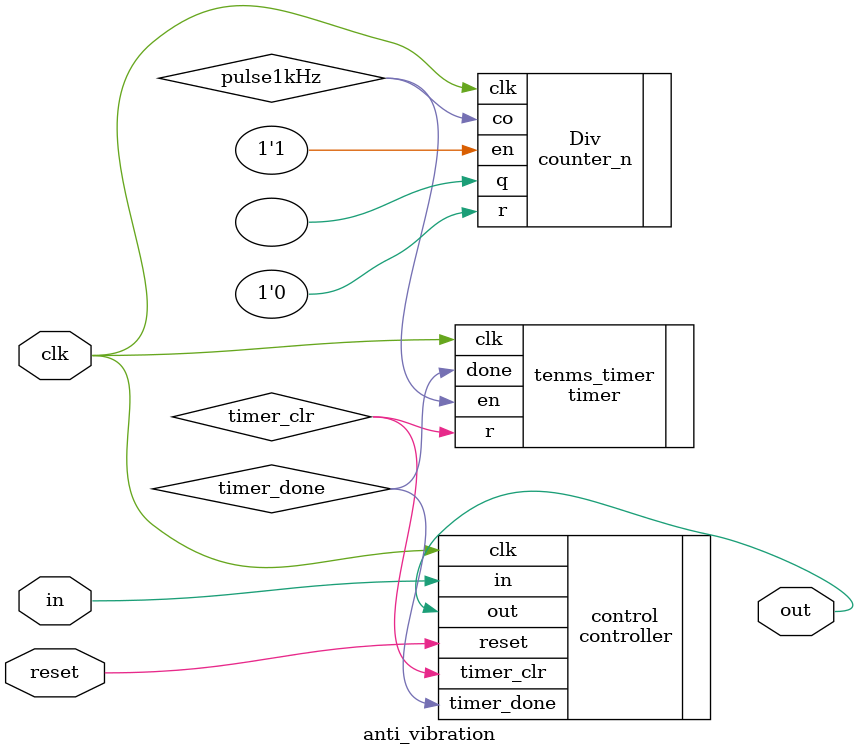
<source format=v>
module anti_vibration(clk, in, reset, out);

input   clk;
input   in;
input   reset;
output  out;

parameter sim = 1'b0;

wire pulse1kHz;
wire timer_clr;
wire timer_done;

counter_n   #(.n(sim?2:10**5), .counter_bits(sim?2:17))  Div(.clk(clk), .r(1'b0), .en(1'b1), .co(pulse1kHz), .q());

timer       #(.n(10), .counter_bits(4)) tenms_timer(.clk(clk), .en(pulse1kHz), .r(timer_clr), .done(timer_done));
controller  control(.clk(clk), .in(in), .reset(reset), .timer_clr(timer_clr), .timer_done(timer_done), .out(out));


endmodule
</source>
